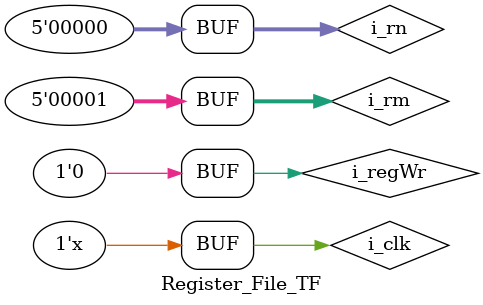
<source format=v>
`timescale 1ns / 1ps


module Register_File_TF;

	// Inputs
	reg i_clk = 0;
	reg [4:0] i_rn = 0;
	reg [4:0] i_rm = 1;
	reg [4:0] i_rd;
	reg i_dataWr;
	reg i_regWr = 0;

	// Outputs
	wire [63:0] o_reg0;
	wire [63:0] o_reg1;

	// Instantiate the Unit Under Test (UUT)
	Register_File uut (
		.i_clk(i_clk), 
		.i_rn(i_rn), 
		.i_rm(i_rm), 
		.o_reg0(o_reg0), 
		.o_reg1(o_reg1), 
		.i_rd(i_rd), 
		.i_dataWr(i_dataWr), 
		.i_regWr(i_regWr)
	);

	always #10 i_clk=~i_clk;
	initial begin
		// // Initialize Inputs
		// i_clk = 0;
		// i_rn = 0;
		// i_rm = 0;
		// i_rd = 0;
		// i_dataWr = 0;
		// i_regWr = 0;

		// // Wait 100 ns for global reset to finish
		// #100;
        
		// // Add stimulus here

	end
      
endmodule


</source>
